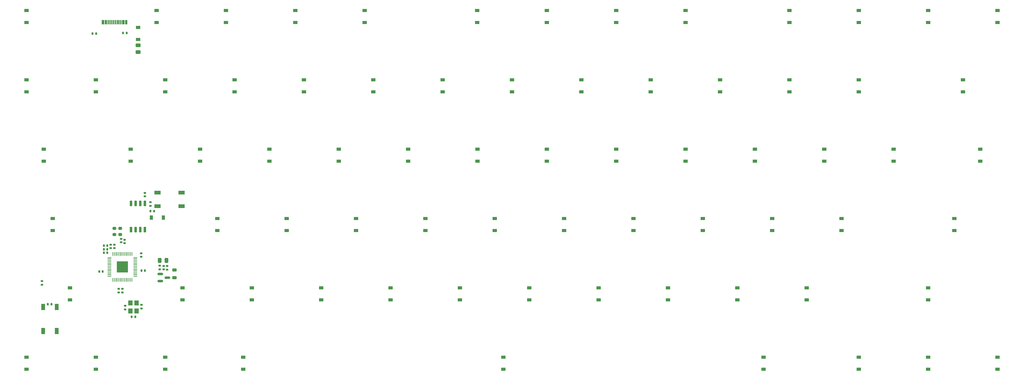
<source format=gbp>
G04 #@! TF.GenerationSoftware,KiCad,Pcbnew,(6.0.5-0)*
G04 #@! TF.CreationDate,2022-07-26T23:18:35+09:00*
G04 #@! TF.ProjectId,key-ripper,6b65792d-7269-4707-9065-722e6b696361,rev?*
G04 #@! TF.SameCoordinates,Original*
G04 #@! TF.FileFunction,Paste,Bot*
G04 #@! TF.FilePolarity,Positive*
%FSLAX46Y46*%
G04 Gerber Fmt 4.6, Leading zero omitted, Abs format (unit mm)*
G04 Created by KiCad (PCBNEW (6.0.5-0)) date 2022-07-26 23:18:35*
%MOMM*%
%LPD*%
G01*
G04 APERTURE LIST*
G04 Aperture macros list*
%AMRoundRect*
0 Rectangle with rounded corners*
0 $1 Rounding radius*
0 $2 $3 $4 $5 $6 $7 $8 $9 X,Y pos of 4 corners*
0 Add a 4 corners polygon primitive as box body*
4,1,4,$2,$3,$4,$5,$6,$7,$8,$9,$2,$3,0*
0 Add four circle primitives for the rounded corners*
1,1,$1+$1,$2,$3*
1,1,$1+$1,$4,$5*
1,1,$1+$1,$6,$7*
1,1,$1+$1,$8,$9*
0 Add four rect primitives between the rounded corners*
20,1,$1+$1,$2,$3,$4,$5,0*
20,1,$1+$1,$4,$5,$6,$7,0*
20,1,$1+$1,$6,$7,$8,$9,0*
20,1,$1+$1,$8,$9,$2,$3,0*%
G04 Aperture macros list end*
%ADD10R,1.200000X0.900000*%
%ADD11RoundRect,0.140000X0.140000X0.170000X-0.140000X0.170000X-0.140000X-0.170000X0.140000X-0.170000X0*%
%ADD12RoundRect,0.140000X0.170000X-0.140000X0.170000X0.140000X-0.170000X0.140000X-0.170000X-0.140000X0*%
%ADD13RoundRect,0.140000X-0.140000X-0.170000X0.140000X-0.170000X0.140000X0.170000X-0.140000X0.170000X0*%
%ADD14RoundRect,0.150000X-0.587500X-0.150000X0.587500X-0.150000X0.587500X0.150000X-0.587500X0.150000X0*%
%ADD15RoundRect,0.218750X-0.381250X0.218750X-0.381250X-0.218750X0.381250X-0.218750X0.381250X0.218750X0*%
%ADD16RoundRect,0.200000X0.275000X-0.200000X0.275000X0.200000X-0.275000X0.200000X-0.275000X-0.200000X0*%
%ADD17RoundRect,0.135000X0.185000X-0.135000X0.185000X0.135000X-0.185000X0.135000X-0.185000X-0.135000X0*%
%ADD18R,0.300000X1.300000*%
%ADD19R,0.900000X1.200000*%
%ADD20RoundRect,0.243750X0.243750X0.456250X-0.243750X0.456250X-0.243750X-0.456250X0.243750X-0.456250X0*%
%ADD21R,1.000000X1.700000*%
%ADD22RoundRect,0.140000X-0.170000X0.140000X-0.170000X-0.140000X0.170000X-0.140000X0.170000X0.140000X0*%
%ADD23RoundRect,0.135000X-0.185000X0.135000X-0.185000X-0.135000X0.185000X-0.135000X0.185000X0.135000X0*%
%ADD24RoundRect,0.135000X-0.135000X-0.185000X0.135000X-0.185000X0.135000X0.185000X-0.135000X0.185000X0*%
%ADD25RoundRect,0.135000X0.135000X0.185000X-0.135000X0.185000X-0.135000X-0.185000X0.135000X-0.185000X0*%
%ADD26RoundRect,0.243750X-0.456250X0.243750X-0.456250X-0.243750X0.456250X-0.243750X0.456250X0.243750X0*%
%ADD27R,1.200000X1.400000*%
%ADD28R,1.100000X0.200000*%
%ADD29R,0.200000X1.100000*%
%ADD30R,3.100000X3.100000*%
%ADD31R,1.700000X1.000000*%
%ADD32RoundRect,0.150000X0.150000X-0.650000X0.150000X0.650000X-0.150000X0.650000X-0.150000X-0.650000X0*%
G04 APERTURE END LIST*
D10*
X225862500Y-77525000D03*
X225862500Y-80825000D03*
X202050000Y-58475000D03*
X202050000Y-61775000D03*
D11*
X43255000Y-85925000D03*
X42295000Y-85925000D03*
D10*
X130612500Y-77525000D03*
X130612500Y-80825000D03*
D12*
X45225000Y-85625000D03*
X45225000Y-84665000D03*
D10*
X230625000Y-20375000D03*
X230625000Y-23675000D03*
X163950000Y-20375000D03*
X163950000Y-23675000D03*
X21075000Y-20375000D03*
X21075000Y-23675000D03*
X68700000Y-58475000D03*
X68700000Y-61775000D03*
D11*
X43235000Y-84925000D03*
X42275000Y-84925000D03*
D10*
X111562500Y-77525000D03*
X111562500Y-80825000D03*
X87750000Y-58475000D03*
X87750000Y-61775000D03*
X268725000Y-20375000D03*
X268725000Y-23675000D03*
D13*
X26920000Y-101000000D03*
X27880000Y-101000000D03*
D10*
X106800000Y-58475000D03*
X106800000Y-61775000D03*
X249675000Y-20375000D03*
X249675000Y-23675000D03*
X135375000Y-39425000D03*
X135375000Y-42725000D03*
D14*
X57837500Y-94675000D03*
X57837500Y-92775000D03*
X59712500Y-93725000D03*
D15*
X61712500Y-91662500D03*
X61712500Y-93787500D03*
D10*
X202050000Y-20375000D03*
X202050000Y-23675000D03*
X168712500Y-77525000D03*
X168712500Y-80825000D03*
X149662500Y-77525000D03*
X149662500Y-80825000D03*
X51675000Y-28325000D03*
X51675000Y-25025000D03*
X94893750Y-20375000D03*
X94893750Y-23675000D03*
X268725000Y-96575000D03*
X268725000Y-99875000D03*
D16*
X46775000Y-81875000D03*
X46775000Y-80225000D03*
D17*
X25300000Y-95710000D03*
X25300000Y-94690000D03*
D10*
X113943750Y-20375000D03*
X113943750Y-23675000D03*
D17*
X57625000Y-91485000D03*
X57625000Y-90465000D03*
D18*
X41892721Y-23577837D03*
X42692823Y-23577837D03*
X43992797Y-23577837D03*
X44992797Y-23577837D03*
X45492670Y-23577837D03*
X46492416Y-23577837D03*
X47792899Y-23577837D03*
X48592747Y-23577837D03*
X48292772Y-23577837D03*
X47492670Y-23577837D03*
X46992797Y-23577837D03*
X45992797Y-23577837D03*
X44492670Y-23577837D03*
X43492670Y-23577837D03*
X42992797Y-23577837D03*
X42192696Y-23577837D03*
D19*
X58625000Y-77225000D03*
X55325000Y-77225000D03*
D10*
X173475000Y-39425000D03*
X173475000Y-42725000D03*
D20*
X59487500Y-88975000D03*
X57612500Y-88975000D03*
D10*
X75843750Y-20375000D03*
X75843750Y-23675000D03*
X183000000Y-20375000D03*
X183000000Y-23675000D03*
X287775000Y-20375000D03*
X287775000Y-23675000D03*
D21*
X29324124Y-108424975D03*
X29325394Y-101825025D03*
X25624606Y-108424975D03*
X25624606Y-101825025D03*
D10*
X49650000Y-58475000D03*
X49650000Y-61775000D03*
X92512500Y-77525000D03*
X92512500Y-80825000D03*
X275868750Y-77525000D03*
X275868750Y-80825000D03*
X268725000Y-115625000D03*
X268725000Y-118925000D03*
X206812500Y-77525000D03*
X206812500Y-80825000D03*
X197287500Y-96575000D03*
X197287500Y-99875000D03*
X82987500Y-96575000D03*
X82987500Y-99875000D03*
D13*
X52615000Y-91805000D03*
X53575000Y-91805000D03*
D17*
X48175000Y-102445000D03*
X48175000Y-101425000D03*
D10*
X63937500Y-96575000D03*
X63937500Y-99875000D03*
X230625000Y-39425000D03*
X230625000Y-42725000D03*
D22*
X47375000Y-96825000D03*
X47375000Y-97785000D03*
D10*
X21075000Y-39425000D03*
X21075000Y-42725000D03*
X163950000Y-58475000D03*
X163950000Y-61775000D03*
X223481250Y-115625000D03*
X223481250Y-118925000D03*
D23*
X55075000Y-73005000D03*
X55075000Y-74025000D03*
D10*
X40125000Y-39425000D03*
X40125000Y-42725000D03*
D24*
X55065000Y-75425000D03*
X56085000Y-75425000D03*
D10*
X40125000Y-115625000D03*
X40125000Y-118925000D03*
D24*
X47565000Y-26525000D03*
X48585000Y-26525000D03*
D10*
X178237500Y-96575000D03*
X178237500Y-99875000D03*
X140137500Y-96575000D03*
X140137500Y-99875000D03*
X240150000Y-58475000D03*
X240150000Y-61775000D03*
D12*
X44175000Y-85625000D03*
X44175000Y-84665000D03*
D10*
X216337500Y-96575000D03*
X216337500Y-99875000D03*
X116325000Y-39425000D03*
X116325000Y-42725000D03*
X59175000Y-39425000D03*
X59175000Y-42725000D03*
X211575000Y-39425000D03*
X211575000Y-42725000D03*
D25*
X40185000Y-26725000D03*
X39165000Y-26725000D03*
D12*
X59700000Y-91530000D03*
X59700000Y-90570000D03*
D10*
X235387500Y-96575000D03*
X235387500Y-99875000D03*
X283012500Y-58475000D03*
X283012500Y-61775000D03*
D12*
X53575000Y-71405000D03*
X53575000Y-70445000D03*
D10*
X154425000Y-39425000D03*
X154425000Y-42725000D03*
D12*
X58700000Y-91480000D03*
X58700000Y-90520000D03*
D10*
X73462500Y-77525000D03*
X73462500Y-80825000D03*
X144900000Y-58475000D03*
X144900000Y-61775000D03*
X278250000Y-39425000D03*
X278250000Y-42725000D03*
X192525000Y-39425000D03*
X192525000Y-42725000D03*
D12*
X47975000Y-84305000D03*
X47975000Y-83345000D03*
D13*
X49955000Y-104495000D03*
X50915000Y-104495000D03*
D11*
X43255000Y-86925000D03*
X42295000Y-86925000D03*
X42005000Y-92055000D03*
X41045000Y-92055000D03*
D22*
X46375000Y-96825000D03*
X46375000Y-97785000D03*
D10*
X25837500Y-58475000D03*
X25837500Y-61775000D03*
X56793750Y-20375000D03*
X56793750Y-23675000D03*
X28218750Y-77525000D03*
X28218750Y-80825000D03*
D12*
X52575000Y-88025000D03*
X52575000Y-87065000D03*
D10*
X249675000Y-115625000D03*
X249675000Y-118925000D03*
X144800000Y-20350000D03*
X144800000Y-23650000D03*
X244912500Y-77525000D03*
X244912500Y-80825000D03*
X259200000Y-58475000D03*
X259200000Y-61775000D03*
D26*
X51725000Y-29937500D03*
X51725000Y-31812500D03*
D12*
X47045000Y-84005000D03*
X47045000Y-83045000D03*
D10*
X249675000Y-39425000D03*
X249675000Y-42725000D03*
X21075000Y-115625000D03*
X21075000Y-118925000D03*
X125850000Y-58475000D03*
X125850000Y-61775000D03*
D27*
X51325000Y-100725000D03*
X51325000Y-102925000D03*
X49625000Y-102925000D03*
X49625000Y-100725000D03*
D10*
X159187500Y-96575000D03*
X159187500Y-99875000D03*
X102037500Y-96575000D03*
X102037500Y-99875000D03*
X183000000Y-58475000D03*
X183000000Y-61775000D03*
X80606250Y-115625000D03*
X80606250Y-118925000D03*
D28*
X50925165Y-88224924D03*
X50925165Y-88624975D03*
X50925165Y-89025025D03*
X50925165Y-89425076D03*
X50925165Y-89824873D03*
X50925165Y-90224924D03*
X50925165Y-90624975D03*
X50925165Y-91025025D03*
X50925165Y-91425076D03*
X50925165Y-91824873D03*
X50925165Y-92224924D03*
X50925165Y-92624975D03*
X50925165Y-93025025D03*
X50925165Y-93425076D03*
D29*
X49974949Y-94375038D03*
X49575152Y-94375038D03*
X49175102Y-94375038D03*
X48775051Y-94375038D03*
X48375000Y-94375038D03*
X47974949Y-94375038D03*
X47575152Y-94375038D03*
X47175102Y-94375038D03*
X46775051Y-94375038D03*
X46375000Y-94375038D03*
X45974949Y-94375038D03*
X45575152Y-94375038D03*
X45175102Y-94375038D03*
X44775051Y-94375038D03*
D28*
X43824835Y-93425076D03*
X43824835Y-93025025D03*
X43824835Y-92624975D03*
X43824835Y-92224924D03*
X43824835Y-91824873D03*
X43824835Y-91425076D03*
X43824835Y-91025025D03*
X43824835Y-90624975D03*
X43824835Y-90224924D03*
X43824835Y-89824873D03*
X43824835Y-89425076D03*
X43824835Y-89025025D03*
X43824835Y-88624975D03*
X43824835Y-88224924D03*
D29*
X44775051Y-87274962D03*
X45175102Y-87274962D03*
X45575152Y-87274962D03*
X45974949Y-87274962D03*
X46375000Y-87274962D03*
X46775051Y-87274962D03*
X47175102Y-87274962D03*
X47575152Y-87274962D03*
X47974949Y-87274962D03*
X48375000Y-87274962D03*
X48775051Y-87274962D03*
X49175102Y-87274962D03*
X49575152Y-87274962D03*
X49974949Y-87274962D03*
D30*
X47375000Y-90824873D03*
D10*
X152043750Y-115625000D03*
X152043750Y-118925000D03*
X121087500Y-96575000D03*
X121087500Y-99875000D03*
D31*
X63674950Y-70426270D03*
X57075000Y-70425000D03*
X63674950Y-74125788D03*
X57075000Y-74125788D03*
D10*
X59175000Y-115625000D03*
X59175000Y-118925000D03*
D22*
X52675000Y-101245000D03*
X52675000Y-102205000D03*
D10*
X78225000Y-39425000D03*
X78225000Y-42725000D03*
X97275000Y-39425000D03*
X97275000Y-42725000D03*
X221100000Y-58475000D03*
X221100000Y-61775000D03*
X287775000Y-115625000D03*
X287775000Y-118925000D03*
X32981250Y-96575000D03*
X32981250Y-99875000D03*
D32*
X53580000Y-80525000D03*
X52310000Y-80525000D03*
X51040000Y-80525000D03*
X49770000Y-80525000D03*
X49770000Y-73325000D03*
X51040000Y-73325000D03*
X52310000Y-73325000D03*
X53580000Y-73325000D03*
D10*
X187762500Y-77525000D03*
X187762500Y-80825000D03*
D16*
X45175000Y-81875000D03*
X45175000Y-80225000D03*
M02*

</source>
